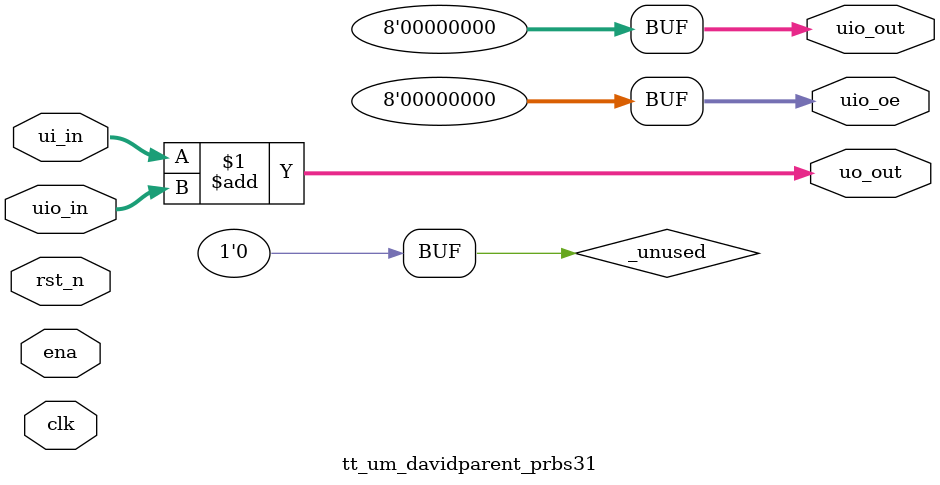
<source format=v>
/*
 * Copyright (c) 2024 Your Name
 * SPDX-License-Identifier: Apache-2.0
 */

`default_nettype none

module tt_um_davidparent_prbs31 (
    input  wire [7:0] ui_in,    // Dedicated inputs
    output wire [7:0] uo_out,   // Dedicated outputs
    input  wire [7:0] uio_in,   // IOs: Input path
    output wire [7:0] uio_out,  // IOs: Output path
    output wire [7:0] uio_oe,   // IOs: Enable path (active high: 0=input, 1=output)
    input  wire       ena,      // always 1 when the design is powered, so you can ignore it
    input  wire       clk,      // clock
    input  wire       rst_n     // reset_n - low to reset
);

  // All output pins must be assigned. If not used, assign to 0.
  assign uo_out  = ui_in + uio_in;  // Example: ou_out is the sum of ui_in and uio_in
  assign uio_out = 0;
  assign uio_oe  = 0;

  // List all unused inputs to prevent warnings
  wire _unused = &{ena, clk, rst_n, 1'b0};

endmodule

</source>
